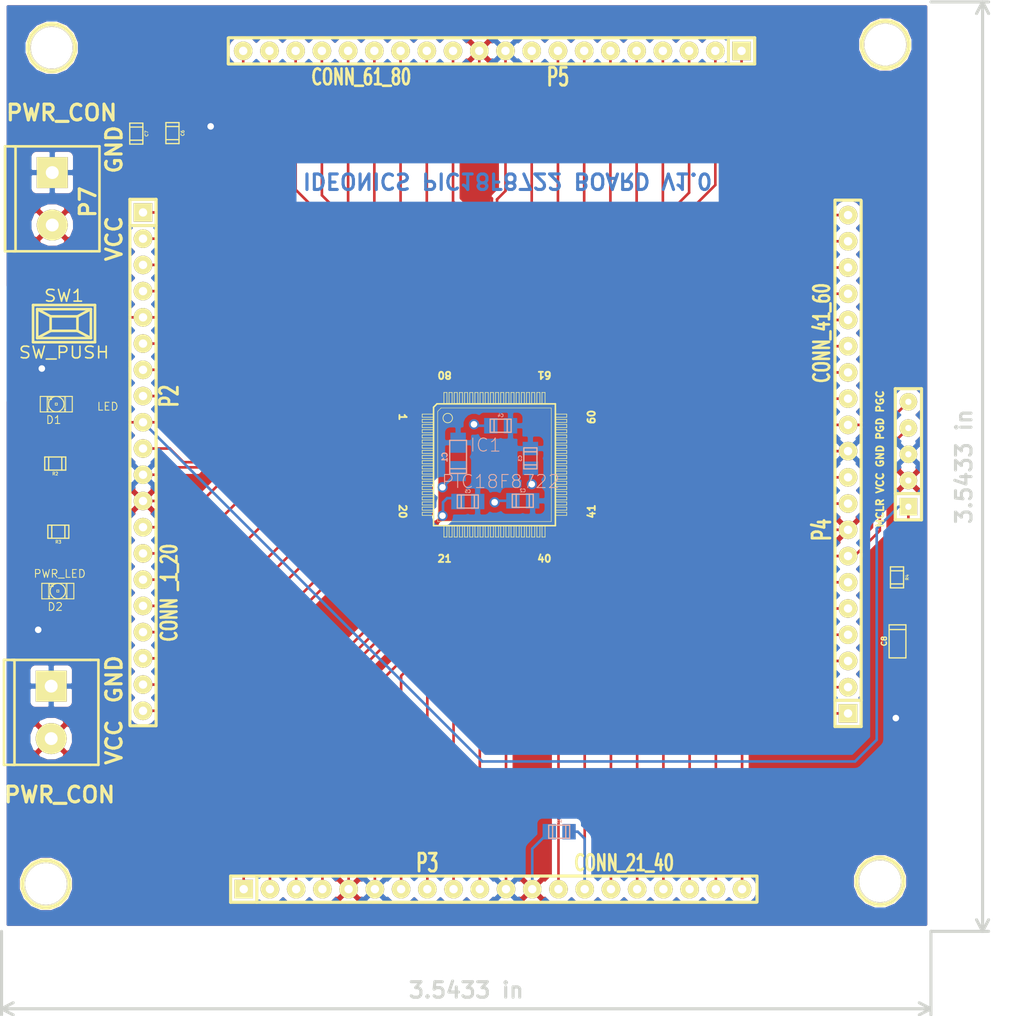
<source format=kicad_pcb>
(kicad_pcb (version 3) (host pcbnew "(2013-07-07 BZR 4022)-stable")
  (layers (15 F.Cu signal) (0 B.Cu signal) (18 B.Paste user) (19 F.Paste user) (20 B.SilkS user) (21 F.SilkS user) (22 B.Mask user) (23 F.Mask user) (28 Edge.Cuts user))
  (net 0 "")
  (net 1 /AVDD)
  (net 2 /HB_LED)
  (net 3 /MCLR)
  (net 4 /PGC)
  (net 5 /PGD)
  (net 6 /RA0)
  (net 7 /RA1)
  (net 8 /RA2)
  (net 9 /RA3)
  (net 10 /RA4)
  (net 11 /RA5)
  (net 12 /RA6)
  (net 13 /RA7)
  (net 14 /RB0)
  (net 15 /RB1)
  (net 16 /RB2)
  (net 17 /RB3)
  (net 18 /RB4)
  (net 19 /RB5)
  (net 20 /RC0)
  (net 21 /RC1)
  (net 22 /RC2)
  (net 23 /RC3)
  (net 24 /RC4)
  (net 25 /RC5)
  (net 26 /RC6)
  (net 27 /RC7)
  (net 28 /RD0)
  (net 29 /RD1)
  (net 30 /RD2)
  (net 31 /RD3)
  (net 32 /RD4)
  (net 33 /RD5)
  (net 34 /RD6)
  (net 35 /RD7)
  (net 36 /RE0)
  (net 37 /RE1)
  (net 38 /RE2)
  (net 39 /RE3)
  (net 40 /RE4)
  (net 41 /RE5)
  (net 42 /RE6)
  (net 43 /RE7)
  (net 44 /RF0)
  (net 45 /RF1)
  (net 46 /RF2)
  (net 47 /RF3)
  (net 48 /RF4)
  (net 49 /RF5)
  (net 50 /RF6)
  (net 51 /RF7)
  (net 52 /RG1)
  (net 53 /RG2)
  (net 54 /RG3)
  (net 55 /RG4)
  (net 56 /RH0)
  (net 57 /RH1)
  (net 58 /RH2)
  (net 59 /RH3)
  (net 60 /RH4)
  (net 61 /RH5)
  (net 62 /RH6)
  (net 63 /RH7)
  (net 64 /RJ0)
  (net 65 /RJ1)
  (net 66 /RJ2)
  (net 67 /RJ3)
  (net 68 /RJ4)
  (net 69 /RJ5)
  (net 70 /RJ6)
  (net 71 /RJ7)
  (net 72 GND)
  (net 73 N-000005)
  (net 74 N-000009)
  (module smd_push (layer F.Cu) (at 116.05 98.65)
    (fp_text reference SW1 (at 0 -2.70002) (layer F.SilkS) (effects (font (size 1.143 1.27) (thickness 0.1524))))
    (fp_text value SW_PUSH (at 0 2.79908) (layer F.SilkS) (effects (font (size 1.143 1.27) (thickness 0.1524))))
    (pad 1 smd rect (at -3.59918 0) (size 1.00076 1.00076) (layers F.Cu F.Paste F.Mask) (net 72 GND))
    (pad 2 smd rect (at 3.59918 0) (size 1.00076 1.00076) (layers F.Cu F.Paste F.Mask) (net 3 /MCLR))
  )
  (module SIL-5 (layer F.Cu) (at 197.8152 110.0328 90)
    (fp_text reference P1 hide)
    (fp_text value PGM_CONN hide)
    (pad 1 thru_hole rect (at -6.35 0 90) (size 1.7 1.7) (drill 0.6) (layers *.Cu *.Mask F.SilkS) (net 3 /MCLR))
    (pad 2 thru_hole circle (at -3.81 0 90) (size 1.7 1.7) (drill 0.6) (layers *.Cu *.Mask F.SilkS) (net 1 /AVDD))
    (pad 3 thru_hole circle (at -1.27 0 90) (size 1.7 1.7) (drill 0.6) (layers *.Cu *.Mask F.SilkS) (net 72 GND))
    (pad 4 thru_hole circle (at 1.27 0 90) (size 1.7 1.7) (drill 0.6) (layers *.Cu *.Mask F.SilkS) (net 5 /PGD))
    (pad 5 thru_hole circle (at 3.81 0 90) (size 1.7 1.7) (drill 0.6) (layers *.Cu *.Mask F.SilkS) (net 4 /PGC))
  )
  (module r_0805 (layer B.Cu) (at 161.2124 111.698 270)
    (fp_text reference C3 (at 0 0.9906 270) (layer B.SilkS) (effects (font (size 0.29972 0.29972) (thickness 0.06096)) (justify mirror)))
    (fp_text value 0.1uF hide)
    (pad 1 smd rect (at 0.9525 0 270) (size 1.30048 1.4986) (layers B.Cu B.Paste B.Mask) (net 1 /AVDD))
    (pad 2 smd rect (at -0.9525 0 270) (size 1.30048 1.4986) (layers B.Cu B.Paste B.Mask) (net 72 GND))
  )
  (module r_0805 (layer F.Cu) (at 115.5 118.8 180)
    (fp_text reference R3 (at 0 -0.9906 180) (layer F.SilkS) (effects (font (size 0.29972 0.29972) (thickness 0.06096))))
    (fp_text value 1K hide)
    (pad 1 smd rect (at 0.9525 0 180) (size 1.30048 1.4986) (layers F.Cu F.Paste F.Mask) (net 1 /AVDD))
    (pad 2 smd rect (at -0.9525 0 180) (size 1.30048 1.4986) (layers F.Cu F.Paste F.Mask) (net 73 N-000005))
  )
  (module r_0805 (layer F.Cu) (at 126.55 80.2 270)
    (fp_text reference C6 (at 0 -0.9906 270) (layer F.SilkS) (effects (font (size 0.29972 0.29972) (thickness 0.06096))))
    (fp_text value 0.1uF hide)
    (pad 1 smd rect (at 0.9525 0 270) (size 1.30048 1.4986) (layers F.Cu F.Paste F.Mask) (net 1 /AVDD))
    (pad 2 smd rect (at -0.9525 0 270) (size 1.30048 1.4986) (layers F.Cu F.Paste F.Mask) (net 72 GND))
  )
  (module r_0805 (layer F.Cu) (at 123.05 80.25 270)
    (fp_text reference C7 (at 0 -0.9906 270) (layer F.SilkS) (effects (font (size 0.29972 0.29972) (thickness 0.06096))))
    (fp_text value 0.1uF hide)
    (pad 1 smd rect (at 0.9525 0 270) (size 1.30048 1.4986) (layers F.Cu F.Paste F.Mask) (net 1 /AVDD))
    (pad 2 smd rect (at -0.9525 0 270) (size 1.30048 1.4986) (layers F.Cu F.Paste F.Mask) (net 72 GND))
  )
  (module r_0805 (layer F.Cu) (at 196.7128 123.2232 270)
    (fp_text reference R4 (at 0 -0.9906 270) (layer F.SilkS) (effects (font (size 0.29972 0.29972) (thickness 0.06096))))
    (fp_text value 10K hide)
    (pad 1 smd rect (at 0.9525 0 270) (size 1.30048 1.4986) (layers F.Cu F.Paste F.Mask) (net 1 /AVDD))
    (pad 2 smd rect (at -0.9525 0 270) (size 1.30048 1.4986) (layers F.Cu F.Paste F.Mask) (net 3 /MCLR))
  )
  (module r_0805 (layer B.Cu) (at 155.1524 115.878 180)
    (fp_text reference C5 (at 0 0.9906 180) (layer B.SilkS) (effects (font (size 0.29972 0.29972) (thickness 0.06096)) (justify mirror)))
    (fp_text value 0.1uF hide)
    (pad 1 smd rect (at 0.9525 0 180) (size 1.30048 1.4986) (layers B.Cu B.Paste B.Mask) (net 1 /AVDD))
    (pad 2 smd rect (at -0.9525 0 180) (size 1.30048 1.4986) (layers B.Cu B.Paste B.Mask) (net 72 GND))
  )
  (module r_0805 (layer B.Cu) (at 158.3324 108.538 180)
    (fp_text reference C4 (at 0 0.9906 180) (layer B.SilkS) (effects (font (size 0.29972 0.29972) (thickness 0.06096)) (justify mirror)))
    (fp_text value 0.1uF hide)
    (pad 1 smd rect (at 0.9525 0 180) (size 1.30048 1.4986) (layers B.Cu B.Paste B.Mask) (net 1 /AVDD))
    (pad 2 smd rect (at -0.9525 0 180) (size 1.30048 1.4986) (layers B.Cu B.Paste B.Mask) (net 72 GND))
  )
  (module r_0805 (layer B.Cu) (at 160.4724 115.808 180)
    (fp_text reference C2 (at 0 0.9906 180) (layer B.SilkS) (effects (font (size 0.29972 0.29972) (thickness 0.06096)) (justify mirror)))
    (fp_text value 0.1uF hide)
    (pad 1 smd rect (at 0.9525 0 180) (size 1.30048 1.4986) (layers B.Cu B.Paste B.Mask) (net 1 /AVDD))
    (pad 2 smd rect (at -0.9525 0 180) (size 1.30048 1.4986) (layers B.Cu B.Paste B.Mask) (net 72 GND))
  )
  (module r_0805 (layer F.Cu) (at 115.2 112.2 180)
    (fp_text reference R2 (at 0 -0.9906 180) (layer F.SilkS) (effects (font (size 0.29972 0.29972) (thickness 0.06096))))
    (fp_text value 1K2 hide)
    (pad 1 smd rect (at 0.9525 0 180) (size 1.30048 1.4986) (layers F.Cu F.Paste F.Mask) (net 1 /AVDD))
    (pad 2 smd rect (at -0.9525 0 180) (size 1.30048 1.4986) (layers F.Cu F.Paste F.Mask) (net 74 N-000009))
  )
  (module r_0805 (layer B.Cu) (at 164 147.85 180)
    (fp_text reference R1 (at 0 0.9906 180) (layer B.SilkS) (effects (font (size 0.29972 0.29972) (thickness 0.06096)) (justify mirror)))
    (fp_text value 10K hide)
    (pad 1 smd rect (at 0.9525 0 180) (size 1.30048 1.4986) (layers B.Cu B.Paste B.Mask) (net 1 /AVDD))
    (pad 2 smd rect (at -0.9525 0 180) (size 1.30048 1.4986) (layers B.Cu B.Paste B.Mask) (net 10 /RA4))
  )
  (module mors_2p (layer F.Cu) (at 114.808 136.2964 270)
    (fp_text reference P9 hide)
    (fp_text value PWR_CON (at 7.9756 -0.8128 360) (layer F.SilkS) (effects (font (size 1.524 1.524) (thickness 0.3048))))
    (pad 1 thru_hole rect (at -2.54 0 270) (size 2.99974 2.99974) (drill 1.24968) (layers *.Cu *.Mask F.SilkS) (net 72 GND))
    (pad 2 thru_hole circle (at 2.54 0 270) (size 2.99974 2.99974) (drill 1.24968) (layers *.Cu *.Mask F.SilkS) (net 1 /AVDD))
  )
  (module LED-1206 (layer F.Cu) (at 115.3 106.45 180)
    (fp_text reference D1 (at 0.254 -1.524 180) (layer F.SilkS) (effects (font (size 0.762 0.762) (thickness 0.0889))))
    (fp_text value LED (at -4.9824 -0.232 180) (layer F.SilkS) (effects (font (size 0.762 0.762) (thickness 0.0889))))
    (pad 1 smd rect (at -1.41986 0 180) (size 1.59766 1.80086) (layers F.Cu F.Paste F.Mask) (net 74 N-000009))
    (pad 2 smd rect (at 1.41986 0 180) (size 1.59766 1.80086) (layers F.Cu F.Paste F.Mask) (net 2 /HB_LED))
  )
  (module LED-1206 (layer F.Cu) (at 115.45 124.55 180)
    (fp_text reference D2 (at 0.254 -1.524 180) (layer F.SilkS) (effects (font (size 0.762 0.762) (thickness 0.0889))))
    (fp_text value PWR_LED (at -0.18 1.68 180) (layer F.SilkS) (effects (font (size 0.762 0.762) (thickness 0.0889))))
    (pad 1 smd rect (at -1.41986 0 180) (size 1.59766 1.80086) (layers F.Cu F.Paste F.Mask) (net 73 N-000005))
    (pad 2 smd rect (at 1.41986 0 180) (size 1.59766 1.80086) (layers F.Cu F.Paste F.Mask) (net 72 GND))
  )
  (module c_tant_A (layer F.Cu) (at 196.7636 129.4208 90)
    (fp_text reference C8 (at 0.0254 -1.2954 90) (layer F.SilkS) (effects (font (size 0.50038 0.50038) (thickness 0.11938))))
    (fp_text value 1uF/16V hide)
    (pad 1 smd rect (at 1.37414 0 90) (size 1.95072 1.50114) (layers F.Cu F.Paste F.Mask) (net 3 /MCLR))
    (pad 2 smd rect (at -1.37414 0 90) (size 1.95072 1.50114) (layers F.Cu F.Paste F.Mask) (net 72 GND))
  )
  (module c_tant_A (layer B.Cu) (at 154.2124 111.558 270)
    (fp_text reference C1 (at 0.0254 1.2954 270) (layer B.SilkS) (effects (font (size 0.50038 0.50038) (thickness 0.11938)) (justify mirror)))
    (fp_text value 10uF/16V hide)
    (pad 1 smd rect (at 1.37414 0 270) (size 1.95072 1.50114) (layers B.Cu B.Paste B.Mask) (net 1 /AVDD))
    (pad 2 smd rect (at -1.37414 0 270) (size 1.95072 1.50114) (layers B.Cu B.Paste B.Mask) (net 72 GND))
  )
  (module microchip-2-TQFP80 (layer F.Cu) (at 157.734 112.3188)
    (fp_text reference IC1 (at -0.8636 -1.905) (layer B.SilkS) (effects (font (size 1.27 1.27) (thickness 0.0889))))
    (fp_text value PIC18F8722 (at 0.6096 1.6256) (layer B.SilkS) (effects (font (size 1.27 1.27) (thickness 0.0889))))
    (pad 1 smd rect (at -6.59384 -4.7498) (size 1.29794 0.34798) (layers F.Cu F.Paste F.Mask) (net 58 /RH2))
    (pad 2 smd rect (at -6.59384 -4.24942) (size 1.29794 0.34798) (layers F.Cu F.Paste F.Mask) (net 59 /RH3))
    (pad 3 smd rect (at -6.59384 -3.74904) (size 1.29794 0.34798) (layers F.Cu F.Paste F.Mask) (net 37 /RE1))
    (pad 4 smd rect (at -6.59384 -3.24866) (size 1.29794 0.34798) (layers F.Cu F.Paste F.Mask) (net 36 /RE0))
    (pad 5 smd rect (at -6.59384 -2.74828) (size 1.29794 0.34798) (layers F.Cu F.Paste F.Mask) (net 2 /HB_LED))
    (pad 6 smd rect (at -6.59384 -2.2479) (size 1.29794 0.34798) (layers F.Cu F.Paste F.Mask) (net 52 /RG1))
    (pad 7 smd rect (at -6.59384 -1.74752) (size 1.29794 0.34798) (layers F.Cu F.Paste F.Mask) (net 53 /RG2))
    (pad 8 smd rect (at -6.59384 -1.24968) (size 1.29794 0.34798) (layers F.Cu F.Paste F.Mask) (net 54 /RG3))
    (pad 9 smd rect (at -6.59384 -0.7493) (size 1.29794 0.34798) (layers F.Cu F.Paste F.Mask) (net 3 /MCLR))
    (pad 10 smd rect (at -6.59384 -0.24892) (size 1.29794 0.34798) (layers F.Cu F.Paste F.Mask) (net 55 /RG4))
    (pad 11 smd rect (at -6.59384 0.24892) (size 1.29794 0.34798) (layers F.Cu F.Paste F.Mask) (net 72 GND))
    (pad 12 smd rect (at -6.59384 0.7493) (size 1.29794 0.34798) (layers F.Cu F.Paste F.Mask) (net 1 /AVDD))
    (pad 13 smd rect (at -6.59384 1.24968) (size 1.29794 0.34798) (layers F.Cu F.Paste F.Mask) (net 51 /RF7))
    (pad 14 smd rect (at -6.59384 1.74752) (size 1.29794 0.34798) (layers F.Cu F.Paste F.Mask) (net 50 /RF6))
    (pad 15 smd rect (at -6.59384 2.2479) (size 1.29794 0.34798) (layers F.Cu F.Paste F.Mask) (net 49 /RF5))
    (pad 16 smd rect (at -6.59384 2.74828) (size 1.29794 0.34798) (layers F.Cu F.Paste F.Mask) (net 48 /RF4))
    (pad 17 smd rect (at -6.59384 3.24866) (size 1.29794 0.34798) (layers F.Cu F.Paste F.Mask) (net 47 /RF3))
    (pad 18 smd rect (at -6.59384 3.74904) (size 1.29794 0.34798) (layers F.Cu F.Paste F.Mask) (net 46 /RF2))
    (pad 19 smd rect (at -6.59384 4.24942) (size 1.29794 0.34798) (layers F.Cu F.Paste F.Mask) (net 63 /RH7))
    (pad 20 smd rect (at -6.59384 4.7498) (size 1.29794 0.34798) (layers F.Cu F.Paste F.Mask) (net 62 /RH6))
    (pad 21 smd rect (at -4.7498 6.59384) (size 0.34798 1.29794) (layers F.Cu F.Paste F.Mask) (net 61 /RH5))
    (pad 22 smd rect (at -4.24942 6.59384) (size 0.34798 1.29794) (layers F.Cu F.Paste F.Mask) (net 60 /RH4))
    (pad 23 smd rect (at -3.74904 6.59384) (size 0.34798 1.29794) (layers F.Cu F.Paste F.Mask) (net 45 /RF1))
    (pad 24 smd rect (at -3.24866 6.59384) (size 0.34798 1.29794) (layers F.Cu F.Paste F.Mask) (net 44 /RF0))
    (pad 25 smd rect (at -2.74828 6.59384) (size 0.34798 1.29794) (layers F.Cu F.Paste F.Mask) (net 1 /AVDD))
    (pad 26 smd rect (at -2.2479 6.59384) (size 0.34798 1.29794) (layers F.Cu F.Paste F.Mask) (net 72 GND))
    (pad 27 smd rect (at -1.74752 6.59384) (size 0.34798 1.29794) (layers F.Cu F.Paste F.Mask) (net 9 /RA3))
    (pad 28 smd rect (at -1.24968 6.59384) (size 0.34798 1.29794) (layers F.Cu F.Paste F.Mask) (net 8 /RA2))
    (pad 29 smd rect (at -0.7493 6.59384) (size 0.34798 1.29794) (layers F.Cu F.Paste F.Mask) (net 7 /RA1))
    (pad 30 smd rect (at -0.24892 6.59384) (size 0.34798 1.29794) (layers F.Cu F.Paste F.Mask) (net 6 /RA0))
    (pad 31 smd rect (at 0.24892 6.59384) (size 0.34798 1.29794) (layers F.Cu F.Paste F.Mask) (net 72 GND))
    (pad 32 smd rect (at 0.7493 6.59384) (size 0.34798 1.29794) (layers F.Cu F.Paste F.Mask) (net 1 /AVDD))
    (pad 33 smd rect (at 1.24968 6.59384) (size 0.34798 1.29794) (layers F.Cu F.Paste F.Mask) (net 11 /RA5))
    (pad 34 smd rect (at 1.74752 6.59384) (size 0.34798 1.29794) (layers F.Cu F.Paste F.Mask) (net 10 /RA4))
    (pad 35 smd rect (at 2.2479 6.59384) (size 0.34798 1.29794) (layers F.Cu F.Paste F.Mask) (net 21 /RC1))
    (pad 36 smd rect (at 2.74828 6.59384) (size 0.34798 1.29794) (layers F.Cu F.Paste F.Mask) (net 20 /RC0))
    (pad 37 smd rect (at 3.24866 6.59384) (size 0.34798 1.29794) (layers F.Cu F.Paste F.Mask) (net 26 /RC6))
    (pad 38 smd rect (at 3.74904 6.59384) (size 0.34798 1.29794) (layers F.Cu F.Paste F.Mask) (net 27 /RC7))
    (pad 39 smd rect (at 4.24942 6.59384) (size 0.34798 1.29794) (layers F.Cu F.Paste F.Mask) (net 68 /RJ4))
    (pad 40 smd rect (at 4.7498 6.59384) (size 0.34798 1.29794) (layers F.Cu F.Paste F.Mask) (net 69 /RJ5))
    (pad 41 smd rect (at 6.59384 4.7498) (size 1.29794 0.34798) (layers F.Cu F.Paste F.Mask) (net 70 /RJ6))
    (pad 42 smd rect (at 6.59384 4.24942) (size 1.29794 0.34798) (layers F.Cu F.Paste F.Mask) (net 71 /RJ7))
    (pad 43 smd rect (at 6.59384 3.74904) (size 1.29794 0.34798) (layers F.Cu F.Paste F.Mask) (net 22 /RC2))
    (pad 44 smd rect (at 6.59384 3.24866) (size 1.29794 0.34798) (layers F.Cu F.Paste F.Mask) (net 23 /RC3))
    (pad 45 smd rect (at 6.59384 2.74828) (size 1.29794 0.34798) (layers F.Cu F.Paste F.Mask) (net 24 /RC4))
    (pad 46 smd rect (at 6.59384 2.2479) (size 1.29794 0.34798) (layers F.Cu F.Paste F.Mask) (net 25 /RC5))
    (pad 47 smd rect (at 6.59384 1.74752) (size 1.29794 0.34798) (layers F.Cu F.Paste F.Mask) (net 5 /PGD))
    (pad 48 smd rect (at 6.59384 1.24968) (size 1.29794 0.34798) (layers F.Cu F.Paste F.Mask) (net 1 /AVDD))
    (pad 49 smd rect (at 6.59384 0.7493) (size 1.29794 0.34798) (layers F.Cu F.Paste F.Mask) (net 13 /RA7))
    (pad 50 smd rect (at 6.59384 0.24892) (size 1.29794 0.34798) (layers F.Cu F.Paste F.Mask) (net 12 /RA6))
    (pad 51 smd rect (at 6.59384 -0.24892) (size 1.29794 0.34798) (layers F.Cu F.Paste F.Mask) (net 72 GND))
    (pad 52 smd rect (at 6.59384 -0.7493) (size 1.29794 0.34798) (layers F.Cu F.Paste F.Mask) (net 4 /PGC))
    (pad 53 smd rect (at 6.59384 -1.24968) (size 1.29794 0.34798) (layers F.Cu F.Paste F.Mask) (net 19 /RB5))
    (pad 54 smd rect (at 6.59384 -1.74752) (size 1.29794 0.34798) (layers F.Cu F.Paste F.Mask) (net 18 /RB4))
    (pad 55 smd rect (at 6.59384 -2.2479) (size 1.29794 0.34798) (layers F.Cu F.Paste F.Mask) (net 17 /RB3))
    (pad 56 smd rect (at 6.59384 -2.74828) (size 1.29794 0.34798) (layers F.Cu F.Paste F.Mask) (net 16 /RB2))
    (pad 57 smd rect (at 6.59384 -3.24866) (size 1.29794 0.34798) (layers F.Cu F.Paste F.Mask) (net 15 /RB1))
    (pad 58 smd rect (at 6.59384 -3.74904) (size 1.29794 0.34798) (layers F.Cu F.Paste F.Mask) (net 14 /RB0))
    (pad 59 smd rect (at 6.59384 -4.24942) (size 1.29794 0.34798) (layers F.Cu F.Paste F.Mask) (net 67 /RJ3))
    (pad 60 smd rect (at 6.59384 -4.7498) (size 1.29794 0.34798) (layers F.Cu F.Paste F.Mask) (net 66 /RJ2))
    (pad 61 smd rect (at 4.7498 -6.59384) (size 0.34798 1.29794) (layers F.Cu F.Paste F.Mask) (net 65 /RJ1))
    (pad 62 smd rect (at 4.24942 -6.59384) (size 0.34798 1.29794) (layers F.Cu F.Paste F.Mask) (net 64 /RJ0))
    (pad 63 smd rect (at 3.74904 -6.59384) (size 0.34798 1.29794) (layers F.Cu F.Paste F.Mask) (net 35 /RD7))
    (pad 64 smd rect (at 3.24866 -6.59384) (size 0.34798 1.29794) (layers F.Cu F.Paste F.Mask) (net 34 /RD6))
    (pad 65 smd rect (at 2.74828 -6.59384) (size 0.34798 1.29794) (layers F.Cu F.Paste F.Mask) (net 33 /RD5))
    (pad 66 smd rect (at 2.2479 -6.59384) (size 0.34798 1.29794) (layers F.Cu F.Paste F.Mask) (net 32 /RD4))
    (pad 67 smd rect (at 1.74752 -6.59384) (size 0.34798 1.29794) (layers F.Cu F.Paste F.Mask) (net 31 /RD3))
    (pad 68 smd rect (at 1.24968 -6.59384) (size 0.34798 1.29794) (layers F.Cu F.Paste F.Mask) (net 30 /RD2))
    (pad 69 smd rect (at 0.7493 -6.59384) (size 0.34798 1.29794) (layers F.Cu F.Paste F.Mask) (net 29 /RD1))
    (pad 70 smd rect (at 0.24892 -6.59384) (size 0.34798 1.29794) (layers F.Cu F.Paste F.Mask) (net 72 GND))
    (pad 71 smd rect (at -0.24892 -6.59384) (size 0.34798 1.29794) (layers F.Cu F.Paste F.Mask) (net 1 /AVDD))
    (pad 72 smd rect (at -0.7493 -6.59384) (size 0.34798 1.29794) (layers F.Cu F.Paste F.Mask) (net 28 /RD0))
    (pad 73 smd rect (at -1.24968 -6.59384) (size 0.34798 1.29794) (layers F.Cu F.Paste F.Mask) (net 43 /RE7))
    (pad 74 smd rect (at -1.74752 -6.59384) (size 0.34798 1.29794) (layers F.Cu F.Paste F.Mask) (net 42 /RE6))
    (pad 75 smd rect (at -2.2479 -6.59384) (size 0.34798 1.29794) (layers F.Cu F.Paste F.Mask) (net 41 /RE5))
    (pad 76 smd rect (at -2.74828 -6.59384) (size 0.34798 1.29794) (layers F.Cu F.Paste F.Mask) (net 40 /RE4))
    (pad 77 smd rect (at -3.24866 -6.59384) (size 0.34798 1.29794) (layers F.Cu F.Paste F.Mask) (net 39 /RE3))
    (pad 78 smd rect (at -3.74904 -6.59384) (size 0.34798 1.29794) (layers F.Cu F.Paste F.Mask) (net 38 /RE2))
    (pad 79 smd rect (at -4.24942 -6.59384) (size 0.34798 1.29794) (layers F.Cu F.Paste F.Mask) (net 56 /RH0))
    (pad 80 smd rect (at -4.7498 -6.59384) (size 0.34798 1.29794) (layers F.Cu F.Paste F.Mask) (net 57 /RH1))
  )
  (module 1pin (layer F.Cu) (at 114.8588 71.9328)
    (fp_text reference 1PIN hide)
    (fp_text value P*** hide)
    (pad 1 thru_hole circle (at 0 0) (size 4.064 4.064) (drill 4) (layers *.Cu *.Mask F.SilkS))
  )
  (module 1pin (layer F.Cu) (at 114.3 152.908)
    (fp_text reference 1PIN hide)
    (fp_text value P*** hide)
    (pad 1 thru_hole circle (at 0 0) (size 4.064 4.064) (drill 4) (layers *.Cu *.Mask F.SilkS))
  )
  (module 1pin (layer F.Cu) (at 195.58 71.628)
    (fp_text reference 1PIN hide)
    (fp_text value P*** hide)
    (pad 1 thru_hole circle (at 0 0) (size 4.064 4.064) (drill 4) (layers *.Cu *.Mask F.SilkS))
  )
  (module 1pin (layer F.Cu) (at 195.072 152.654)
    (fp_text reference 1PIN hide)
    (fp_text value P*** hide)
    (pad 1 thru_hole circle (at 0 0) (size 4.064 4.064) (drill 4) (layers *.Cu *.Mask F.SilkS))
  )
  (module SIL-20 (layer F.Cu) (at 165.2016 153.416)
    (fp_text reference P3 (at -13.97 -2.54) (layer F.SilkS) (effects (font (size 1.72974 1.08712) (thickness 0.27178))))
    (fp_text value CONN_21_40 (at 5.08 -2.54 180) (layer F.SilkS) (effects (font (size 1.524 1.016) (thickness 0.3048))))
    (pad 1 thru_hole rect (at -31.75 0) (size 1.8 1.8) (drill 0.8128) (layers *.Cu *.Mask F.SilkS) (net 61 /RH5))
    (pad 2 thru_hole circle (at -29.21 0) (size 1.8 1.8) (drill 0.8128) (layers *.Cu *.Mask F.SilkS) (net 60 /RH4))
    (pad 3 thru_hole circle (at -26.67 0) (size 1.8 1.8) (drill 0.8128) (layers *.Cu *.Mask F.SilkS) (net 45 /RF1))
    (pad 4 thru_hole circle (at -24.13 0) (size 1.8 1.8) (drill 0.8128) (layers *.Cu *.Mask F.SilkS) (net 44 /RF0))
    (pad 5 thru_hole circle (at -21.59 0) (size 1.8 1.8) (drill 0.8128) (layers *.Cu *.Mask F.SilkS) (net 1 /AVDD))
    (pad 6 thru_hole circle (at -19.05 0) (size 1.8 1.8) (drill 0.8128) (layers *.Cu *.Mask F.SilkS) (net 72 GND))
    (pad 7 thru_hole circle (at -16.51 0) (size 1.8 1.8) (drill 0.8128) (layers *.Cu *.Mask F.SilkS) (net 9 /RA3))
    (pad 8 thru_hole circle (at -13.97 0) (size 1.8 1.8) (drill 0.8128) (layers *.Cu *.Mask F.SilkS) (net 8 /RA2))
    (pad 9 thru_hole circle (at -11.43 0) (size 1.8 1.8) (drill 0.8128) (layers *.Cu *.Mask F.SilkS) (net 7 /RA1))
    (pad 10 thru_hole circle (at -8.89 0) (size 1.8 1.8) (drill 0.8128) (layers *.Cu *.Mask F.SilkS) (net 6 /RA0))
    (pad 11 thru_hole circle (at -6.35 0) (size 1.8 1.8) (drill 0.8128) (layers *.Cu *.Mask F.SilkS) (net 72 GND))
    (pad 12 thru_hole circle (at -3.81 0) (size 1.8 1.8) (drill 0.8128) (layers *.Cu *.Mask F.SilkS) (net 1 /AVDD))
    (pad 13 thru_hole circle (at -1.27 0) (size 1.8 1.8) (drill 0.8128) (layers *.Cu *.Mask F.SilkS) (net 11 /RA5))
    (pad 14 thru_hole circle (at 1.27 0) (size 1.8 1.8) (drill 0.8128) (layers *.Cu *.Mask F.SilkS) (net 10 /RA4))
    (pad 15 thru_hole circle (at 3.81 0) (size 1.8 1.8) (drill 0.8128) (layers *.Cu *.Mask F.SilkS) (net 21 /RC1))
    (pad 16 thru_hole circle (at 6.35 0) (size 1.8 1.8) (drill 0.8128) (layers *.Cu *.Mask F.SilkS) (net 20 /RC0))
    (pad 17 thru_hole circle (at 8.89 0) (size 1.8 1.8) (drill 0.8128) (layers *.Cu *.Mask F.SilkS) (net 26 /RC6))
    (pad 18 thru_hole circle (at 11.43 0) (size 1.8 1.8) (drill 0.8128) (layers *.Cu *.Mask F.SilkS) (net 27 /RC7))
    (pad 19 thru_hole circle (at 13.97 0) (size 1.8 1.8) (drill 0.8128) (layers *.Cu *.Mask F.SilkS) (net 68 /RJ4))
    (pad 20 thru_hole circle (at 16.51 0) (size 1.8 1.8) (drill 0.8128) (layers *.Cu *.Mask F.SilkS) (net 69 /RJ5))
  )
  (module SIL-20 (layer F.Cu) (at 123.698 119.634 270)
    (fp_text reference P2 (at -13.97 -2.54 270) (layer F.SilkS) (effects (font (size 1.72974 1.08712) (thickness 0.27178))))
    (fp_text value "CONN _1_20" (at 5.08 -2.54 450) (layer F.SilkS) (effects (font (size 1.524 1.016) (thickness 0.3048))))
    (pad 1 thru_hole rect (at -31.75 0 270) (size 1.8 1.8) (drill 0.8128) (layers *.Cu *.Mask F.SilkS) (net 58 /RH2))
    (pad 2 thru_hole circle (at -29.21 0 270) (size 1.8 1.8) (drill 0.8128) (layers *.Cu *.Mask F.SilkS) (net 59 /RH3))
    (pad 3 thru_hole circle (at -26.67 0 270) (size 1.8 1.8) (drill 0.8128) (layers *.Cu *.Mask F.SilkS) (net 37 /RE1))
    (pad 4 thru_hole circle (at -24.13 0 270) (size 1.8 1.8) (drill 0.8128) (layers *.Cu *.Mask F.SilkS) (net 36 /RE0))
    (pad 5 thru_hole circle (at -21.59 0 270) (size 1.8 1.8) (drill 0.8128) (layers *.Cu *.Mask F.SilkS) (net 2 /HB_LED))
    (pad 6 thru_hole circle (at -19.05 0 270) (size 1.8 1.8) (drill 0.8128) (layers *.Cu *.Mask F.SilkS) (net 52 /RG1))
    (pad 7 thru_hole circle (at -16.51 0 270) (size 1.8 1.8) (drill 0.8128) (layers *.Cu *.Mask F.SilkS) (net 53 /RG2))
    (pad 8 thru_hole circle (at -13.97 0 270) (size 1.8 1.8) (drill 0.8128) (layers *.Cu *.Mask F.SilkS) (net 54 /RG3))
    (pad 9 thru_hole circle (at -11.43 0 270) (size 1.8 1.8) (drill 0.8128) (layers *.Cu *.Mask F.SilkS) (net 3 /MCLR))
    (pad 10 thru_hole circle (at -8.89 0 270) (size 1.8 1.8) (drill 0.8128) (layers *.Cu *.Mask F.SilkS) (net 55 /RG4))
    (pad 11 thru_hole circle (at -6.35 0 270) (size 1.8 1.8) (drill 0.8128) (layers *.Cu *.Mask F.SilkS) (net 72 GND))
    (pad 12 thru_hole circle (at -3.81 0 270) (size 1.8 1.8) (drill 0.8128) (layers *.Cu *.Mask F.SilkS) (net 1 /AVDD))
    (pad 13 thru_hole circle (at -1.27 0 270) (size 1.8 1.8) (drill 0.8128) (layers *.Cu *.Mask F.SilkS) (net 51 /RF7))
    (pad 14 thru_hole circle (at 1.27 0 270) (size 1.8 1.8) (drill 0.8128) (layers *.Cu *.Mask F.SilkS) (net 50 /RF6))
    (pad 15 thru_hole circle (at 3.81 0 270) (size 1.8 1.8) (drill 0.8128) (layers *.Cu *.Mask F.SilkS) (net 49 /RF5))
    (pad 16 thru_hole circle (at 6.35 0 270) (size 1.8 1.8) (drill 0.8128) (layers *.Cu *.Mask F.SilkS) (net 48 /RF4))
    (pad 17 thru_hole circle (at 8.89 0 270) (size 1.8 1.8) (drill 0.8128) (layers *.Cu *.Mask F.SilkS) (net 47 /RF3))
    (pad 18 thru_hole circle (at 11.43 0 270) (size 1.8 1.8) (drill 0.8128) (layers *.Cu *.Mask F.SilkS) (net 46 /RF2))
    (pad 19 thru_hole circle (at 13.97 0 270) (size 1.8 1.8) (drill 0.8128) (layers *.Cu *.Mask F.SilkS) (net 63 /RH7))
    (pad 20 thru_hole circle (at 16.51 0 270) (size 1.8 1.8) (drill 0.8128) (layers *.Cu *.Mask F.SilkS) (net 62 /RH6))
  )
  (module SIL-20 (layer F.Cu) (at 191.9732 104.648 90)
    (fp_text reference P4 (at -13.97 -2.54 90) (layer F.SilkS) (effects (font (size 1.72974 1.08712) (thickness 0.27178))))
    (fp_text value CONN_41_60 (at 5.08 -2.54 270) (layer F.SilkS) (effects (font (size 1.524 1.016) (thickness 0.3048))))
    (pad 1 thru_hole rect (at -31.75 0 90) (size 1.8 1.8) (drill 0.8128) (layers *.Cu *.Mask F.SilkS) (net 70 /RJ6))
    (pad 2 thru_hole circle (at -29.21 0 90) (size 1.8 1.8) (drill 0.8128) (layers *.Cu *.Mask F.SilkS) (net 71 /RJ7))
    (pad 3 thru_hole circle (at -26.67 0 90) (size 1.8 1.8) (drill 0.8128) (layers *.Cu *.Mask F.SilkS) (net 22 /RC2))
    (pad 4 thru_hole circle (at -24.13 0 90) (size 1.8 1.8) (drill 0.8128) (layers *.Cu *.Mask F.SilkS) (net 23 /RC3))
    (pad 5 thru_hole circle (at -21.59 0 90) (size 1.8 1.8) (drill 0.8128) (layers *.Cu *.Mask F.SilkS) (net 24 /RC4))
    (pad 6 thru_hole circle (at -19.05 0 90) (size 1.8 1.8) (drill 0.8128) (layers *.Cu *.Mask F.SilkS) (net 25 /RC5))
    (pad 7 thru_hole circle (at -16.51 0 90) (size 1.8 1.8) (drill 0.8128) (layers *.Cu *.Mask F.SilkS) (net 5 /PGD))
    (pad 8 thru_hole circle (at -13.97 0 90) (size 1.8 1.8) (drill 0.8128) (layers *.Cu *.Mask F.SilkS) (net 1 /AVDD))
    (pad 9 thru_hole circle (at -11.43 0 90) (size 1.8 1.8) (drill 0.8128) (layers *.Cu *.Mask F.SilkS) (net 13 /RA7))
    (pad 10 thru_hole circle (at -8.89 0 90) (size 1.8 1.8) (drill 0.8128) (layers *.Cu *.Mask F.SilkS) (net 12 /RA6))
    (pad 11 thru_hole circle (at -6.35 0 90) (size 1.8 1.8) (drill 0.8128) (layers *.Cu *.Mask F.SilkS) (net 72 GND))
    (pad 12 thru_hole circle (at -3.81 0 90) (size 1.8 1.8) (drill 0.8128) (layers *.Cu *.Mask F.SilkS) (net 4 /PGC))
    (pad 13 thru_hole circle (at -1.27 0 90) (size 1.8 1.8) (drill 0.8128) (layers *.Cu *.Mask F.SilkS) (net 19 /RB5))
    (pad 14 thru_hole circle (at 1.27 0 90) (size 1.8 1.8) (drill 0.8128) (layers *.Cu *.Mask F.SilkS) (net 18 /RB4))
    (pad 15 thru_hole circle (at 3.81 0 90) (size 1.8 1.8) (drill 0.8128) (layers *.Cu *.Mask F.SilkS) (net 17 /RB3))
    (pad 16 thru_hole circle (at 6.35 0 90) (size 1.8 1.8) (drill 0.8128) (layers *.Cu *.Mask F.SilkS) (net 16 /RB2))
    (pad 17 thru_hole circle (at 8.89 0 90) (size 1.8 1.8) (drill 0.8128) (layers *.Cu *.Mask F.SilkS) (net 15 /RB1))
    (pad 18 thru_hole circle (at 11.43 0 90) (size 1.8 1.8) (drill 0.8128) (layers *.Cu *.Mask F.SilkS) (net 14 /RB0))
    (pad 19 thru_hole circle (at 13.97 0 90) (size 1.8 1.8) (drill 0.8128) (layers *.Cu *.Mask F.SilkS) (net 67 /RJ3))
    (pad 20 thru_hole circle (at 16.51 0 90) (size 1.8 1.8) (drill 0.8128) (layers *.Cu *.Mask F.SilkS) (net 66 /RJ2))
  )
  (module SIL-20 (layer F.Cu) (at 149.9108 72.2376 180)
    (fp_text reference P5 (at -13.97 -2.54 180) (layer F.SilkS) (effects (font (size 1.72974 1.08712) (thickness 0.27178))))
    (fp_text value CONN_61_80 (at 5.08 -2.54 360) (layer F.SilkS) (effects (font (size 1.524 1.016) (thickness 0.3048))))
    (pad 1 thru_hole rect (at -31.75 0 180) (size 1.8 1.8) (drill 0.8128) (layers *.Cu *.Mask F.SilkS) (net 65 /RJ1))
    (pad 2 thru_hole circle (at -29.21 0 180) (size 1.8 1.8) (drill 0.8128) (layers *.Cu *.Mask F.SilkS) (net 64 /RJ0))
    (pad 3 thru_hole circle (at -26.67 0 180) (size 1.8 1.8) (drill 0.8128) (layers *.Cu *.Mask F.SilkS) (net 35 /RD7))
    (pad 4 thru_hole circle (at -24.13 0 180) (size 1.8 1.8) (drill 0.8128) (layers *.Cu *.Mask F.SilkS) (net 34 /RD6))
    (pad 5 thru_hole circle (at -21.59 0 180) (size 1.8 1.8) (drill 0.8128) (layers *.Cu *.Mask F.SilkS) (net 33 /RD5))
    (pad 6 thru_hole circle (at -19.05 0 180) (size 1.8 1.8) (drill 0.8128) (layers *.Cu *.Mask F.SilkS) (net 32 /RD4))
    (pad 7 thru_hole circle (at -16.51 0 180) (size 1.8 1.8) (drill 0.8128) (layers *.Cu *.Mask F.SilkS) (net 31 /RD3))
    (pad 8 thru_hole circle (at -13.97 0 180) (size 1.8 1.8) (drill 0.8128) (layers *.Cu *.Mask F.SilkS) (net 30 /RD2))
    (pad 9 thru_hole circle (at -11.43 0 180) (size 1.8 1.8) (drill 0.8128) (layers *.Cu *.Mask F.SilkS) (net 29 /RD1))
    (pad 10 thru_hole circle (at -8.89 0 180) (size 1.8 1.8) (drill 0.8128) (layers *.Cu *.Mask F.SilkS) (net 72 GND))
    (pad 11 thru_hole circle (at -6.35 0 180) (size 1.8 1.8) (drill 0.8128) (layers *.Cu *.Mask F.SilkS) (net 1 /AVDD))
    (pad 12 thru_hole circle (at -3.81 0 180) (size 1.8 1.8) (drill 0.8128) (layers *.Cu *.Mask F.SilkS) (net 28 /RD0))
    (pad 13 thru_hole circle (at -1.27 0 180) (size 1.8 1.8) (drill 0.8128) (layers *.Cu *.Mask F.SilkS) (net 43 /RE7))
    (pad 14 thru_hole circle (at 1.27 0 180) (size 1.8 1.8) (drill 0.8128) (layers *.Cu *.Mask F.SilkS) (net 42 /RE6))
    (pad 15 thru_hole circle (at 3.81 0 180) (size 1.8 1.8) (drill 0.8128) (layers *.Cu *.Mask F.SilkS) (net 41 /RE5))
    (pad 16 thru_hole circle (at 6.35 0 180) (size 1.8 1.8) (drill 0.8128) (layers *.Cu *.Mask F.SilkS) (net 40 /RE4))
    (pad 17 thru_hole circle (at 8.89 0 180) (size 1.8 1.8) (drill 0.8128) (layers *.Cu *.Mask F.SilkS) (net 39 /RE3))
    (pad 18 thru_hole circle (at 11.43 0 180) (size 1.8 1.8) (drill 0.8128) (layers *.Cu *.Mask F.SilkS) (net 38 /RE2))
    (pad 19 thru_hole circle (at 13.97 0 180) (size 1.8 1.8) (drill 0.8128) (layers *.Cu *.Mask F.SilkS) (net 56 /RH0))
    (pad 20 thru_hole circle (at 16.51 0 180) (size 1.8 1.8) (drill 0.8128) (layers *.Cu *.Mask F.SilkS) (net 57 /RH1))
  )
  (module mors_2p (layer F.Cu) (at 114.9096 86.5632 270)
    (fp_text reference P7 (at 0.3048 -3.4544 270) (layer F.SilkS) (effects (font (size 1.524 1.524) (thickness 0.3048))))
    (fp_text value PWR_CON (at -8.3312 -0.9144 360) (layer F.SilkS) (effects (font (size 1.524 1.524) (thickness 0.3048))))
    (pad 1 thru_hole rect (at -2.54 0 270) (size 2.99974 2.99974) (drill 1.24968) (layers *.Cu *.Mask F.SilkS) (net 72 GND))
    (pad 2 thru_hole circle (at 2.54 0 270) (size 2.99974 2.99974) (drill 1.24968) (layers *.Cu *.Mask F.SilkS) (net 1 /AVDD))
  )
  (dimension 90 (width 0.3) (layer Edge.Cuts) (gr_text "90.000 mm" (at 206.35 112.5 90) (layer Edge.Cuts) (effects (font (size 1.5 1.5) (thickness 0.3)))) (feature1 (pts (xy 200 67.5) (xy 207.7 67.5))) (feature2 (pts (xy 200 157.5) (xy 207.7 157.5))) (crossbar (pts (xy 205 157.5) (xy 205 67.5))) (arrow1a (pts (xy 205 67.5) (xy 205.58642 68.626503))) (arrow1b (pts (xy 205 67.5) (xy 204.41358 68.626503))) (arrow2a (pts (xy 205 157.5) (xy 205.58642 156.373497))) (arrow2b (pts (xy 205 157.5) (xy 204.41358 156.373497))))
  (dimension 90 (width 0.3) (layer Edge.Cuts) (gr_text "90.000 mm" (at 155 166.349999) (layer Edge.Cuts) (effects (font (size 1.5 1.5) (thickness 0.3)))) (feature1 (pts (xy 200 157.5) (xy 200 167.699999))) (feature2 (pts (xy 110 157.5) (xy 110 167.699999))) (crossbar (pts (xy 110 164.999999) (xy 200 164.999999))) (arrow1a (pts (xy 200 164.999999) (xy 198.873497 165.586419))) (arrow1b (pts (xy 200 164.999999) (xy 198.873497 164.413579))) (arrow2a (pts (xy 110 164.999999) (xy 111.126503 165.586419))) (arrow2b (pts (xy 110 164.999999) (xy 111.126503 164.413579))))
  (gr_text "VCC\n" (at 120.904 90.424 90) (layer F.SilkS) (effects (font (size 1.5 1.5) (thickness 0.3))))
  (gr_text "IDEONICS PIC18F8722 BOARD V1.0" (at 159.004 84.836 180) (layer B.Cu) (effects (font (size 1.5 1.5) (thickness 0.3)) (justify mirror)))
  (gr_text 61 (at 162.56 103.632 180) (layer F.SilkS) (effects (font (size 0.7 0.7) (thickness 0.175))))
  (gr_text "80\n" (at 152.908 103.632 180) (layer F.SilkS) (effects (font (size 0.7 0.7) (thickness 0.175))))
  (gr_text 60 (at 167.132 107.696 90) (layer F.SilkS) (effects (font (size 0.7 0.7) (thickness 0.175))))
  (gr_text 41 (at 167.132 116.84 90) (layer F.SilkS) (effects (font (size 0.7 0.7) (thickness 0.175))))
  (gr_text 40 (at 162.56 121.412) (layer F.SilkS) (effects (font (size 0.7 0.7) (thickness 0.175))))
  (gr_text 21 (at 152.908 121.412) (layer F.SilkS) (effects (font (size 0.7 0.7) (thickness 0.175))))
  (gr_text 20 (at 148.844 116.84 270) (layer F.SilkS) (effects (font (size 0.7 0.7) (thickness 0.175))))
  (gr_text 1 (at 148.844 107.696 270) (layer F.SilkS) (effects (font (size 0.7 0.7) (thickness 0.175))))
  (gr_text "MCLR VCC GND PGD PGC" (at 195.072 111.76 90) (layer F.SilkS) (effects (font (size 0.7 0.7) (thickness 0.175))))
  (gr_text GND (at 120.904 81.788 90) (layer F.SilkS) (effects (font (size 1.5 1.5) (thickness 0.3))))
  (gr_text VCC (at 120.904 139.192 90) (layer F.SilkS) (effects (font (size 1.5 1.5) (thickness 0.3))))
  (gr_text "GND\n" (at 120.904 133.096 90) (layer F.SilkS) (effects (font (size 1.5 1.5) (thickness 0.3))))
  (segment (start 164.32784 113.56848) (end 176.21848 113.56848) (width 0.254) (layer F.Cu) (net 1))
  (segment (start 181.268 118.618) (end 191.9732 118.618) (width 0.254) (layer F.Cu) (net 1))
  (segment (start 176.21848 113.56848) (end 181.268 118.618) (width 0.254) (layer F.Cu) (net 1))
  (segment (start 157.48508 105.72496) (end 157.48508 86.53508) (width 0.254) (layer F.Cu) (net 1))
  (segment (start 156.2608 85.3108) (end 156.2608 72.2376) (width 0.254) (layer F.Cu) (net 1))
  (segment (start 157.48508 86.53508) (end 156.2608 85.3108) (width 0.254) (layer F.Cu) (net 1))
  (segment (start 143.6116 153.416) (end 143.6116 134.5384) (width 0.254) (layer F.Cu) (net 1))
  (segment (start 154.98572 123.16428) (end 154.98572 118.91264) (width 0.254) (layer F.Cu) (net 1))
  (segment (start 143.6116 134.5384) (end 154.98572 123.16428) (width 0.254) (layer F.Cu) (net 1))
  (segment (start 161.3916 153.416) (end 161.3916 133.7916) (width 0.254) (layer F.Cu) (net 1))
  (segment (start 158.4833 130.8833) (end 158.4833 118.91264) (width 0.254) (layer F.Cu) (net 1))
  (segment (start 161.3916 133.7916) (end 158.4833 130.8833) (width 0.254) (layer F.Cu) (net 1))
  (segment (start 161.3916 153.416) (end 161.3916 149.5059) (width 0.254) (layer B.Cu) (net 1))
  (segment (start 161.3916 149.5059) (end 163.0475 147.85) (width 0.254) (layer B.Cu) (net 1))
  (segment (start 114.5475 118.8) (end 114.5475 112.5) (width 0.254) (layer F.Cu) (net 1))
  (segment (start 114.5475 112.5) (end 114.2475 112.2) (width 0.254) (layer F.Cu) (net 1))
  (segment (start 164.32784 113.56848) (end 163.03152 113.56848) (width 0.254) (layer F.Cu) (net 1))
  (segment (start 161.2124 114.0624) (end 161.2124 112.6505) (width 0.254) (layer B.Cu) (net 1))
  (segment (start 161.35 114.2) (end 161.2124 114.0624) (width 0.254) (layer B.Cu) (net 1))
  (via (at 161.35 114.2) (size 1) (layers F.Cu B.Cu) (net 1))
  (segment (start 162.4 114.2) (end 161.35 114.2) (width 0.254) (layer F.Cu) (net 1))
  (segment (start 163.03152 113.56848) (end 162.4 114.2) (width 0.254) (layer F.Cu) (net 1))
  (segment (start 158.4833 118.91264) (end 158.4833 117.4833) (width 0.254) (layer F.Cu) (net 1))
  (segment (start 158.4833 117.4833) (end 157.75 116.75) (width 0.254) (layer F.Cu) (net 1))
  (segment (start 157.75 116.75) (end 157.75 115.95) (width 0.254) (layer F.Cu) (net 1))
  (via (at 157.75 115.95) (size 1) (layers F.Cu B.Cu) (net 1))
  (segment (start 157.75 115.95) (end 157.892 115.808) (width 0.254) (layer B.Cu) (net 1))
  (segment (start 157.892 115.808) (end 159.5199 115.808) (width 0.254) (layer B.Cu) (net 1))
  (segment (start 154.98572 118.91264) (end 154.98572 117.78572) (width 0.254) (layer F.Cu) (net 1))
  (segment (start 153.8719 115.55) (end 154.1999 115.878) (width 0.254) (layer B.Cu) (net 1))
  (segment (start 153.15 115.55) (end 153.8719 115.55) (width 0.254) (layer B.Cu) (net 1))
  (segment (start 152.75 115.95) (end 153.15 115.55) (width 0.254) (layer B.Cu) (net 1))
  (segment (start 152.75 117.2) (end 152.75 115.95) (width 0.254) (layer B.Cu) (net 1))
  (segment (start 152.7 117.25) (end 152.75 117.2) (width 0.254) (layer B.Cu) (net 1))
  (via (at 152.7 117.25) (size 1) (layers F.Cu B.Cu) (net 1))
  (segment (start 154.45 117.25) (end 152.7 117.25) (width 0.254) (layer F.Cu) (net 1))
  (segment (start 154.98572 117.78572) (end 154.45 117.25) (width 0.254) (layer F.Cu) (net 1))
  (segment (start 151.14016 113.0681) (end 152.4181 113.0681) (width 0.254) (layer F.Cu) (net 1))
  (segment (start 154.2124 112.9876) (end 154.2124 112.93214) (width 0.254) (layer B.Cu) (net 1))
  (segment (start 152.7 114.5) (end 154.2124 112.9876) (width 0.254) (layer B.Cu) (net 1))
  (via (at 152.7 114.5) (size 1) (layers F.Cu B.Cu) (net 1))
  (segment (start 152.7 113.35) (end 152.7 114.5) (width 0.254) (layer F.Cu) (net 1))
  (segment (start 152.4181 113.0681) (end 152.7 113.35) (width 0.254) (layer F.Cu) (net 1))
  (segment (start 157.48508 105.72496) (end 157.48508 106.86492) (width 0.254) (layer F.Cu) (net 1))
  (segment (start 155.888 108.538) (end 157.3799 108.538) (width 0.254) (layer B.Cu) (net 1))
  (segment (start 155.75 108.4) (end 155.888 108.538) (width 0.254) (layer B.Cu) (net 1))
  (via (at 155.75 108.4) (size 1) (layers F.Cu B.Cu) (net 1))
  (segment (start 155.75 107.7) (end 155.75 108.4) (width 0.254) (layer F.Cu) (net 1))
  (segment (start 156.25 107.2) (end 155.75 107.7) (width 0.254) (layer F.Cu) (net 1))
  (segment (start 157.15 107.2) (end 156.25 107.2) (width 0.254) (layer F.Cu) (net 1))
  (segment (start 157.48508 106.86492) (end 157.15 107.2) (width 0.254) (layer F.Cu) (net 1))
  (segment (start 151.14016 113.0681) (end 129.4319 113.0681) (width 0.254) (layer F.Cu) (net 1))
  (segment (start 126.676 115.824) (end 123.698 115.824) (width 0.254) (layer F.Cu) (net 1))
  (segment (start 129.4319 113.0681) (end 126.676 115.824) (width 0.254) (layer F.Cu) (net 1))
  (segment (start 113.88014 106.45) (end 111.9 106.45) (width 0.254) (layer F.Cu) (net 2))
  (segment (start 121.994 98.044) (end 123.698 98.044) (width 0.254) (layer F.Cu) (net 2))
  (segment (start 118.6 94.65) (end 121.994 98.044) (width 0.254) (layer F.Cu) (net 2))
  (segment (start 112 94.65) (end 118.6 94.65) (width 0.254) (layer F.Cu) (net 2))
  (segment (start 110.75 95.9) (end 112 94.65) (width 0.254) (layer F.Cu) (net 2))
  (segment (start 110.75 105.3) (end 110.75 95.9) (width 0.254) (layer F.Cu) (net 2))
  (segment (start 111.9 106.45) (end 110.75 105.3) (width 0.254) (layer F.Cu) (net 2))
  (segment (start 151.14016 109.57052) (end 141.67052 109.57052) (width 0.254) (layer F.Cu) (net 2))
  (segment (start 130.144 98.044) (end 123.698 98.044) (width 0.254) (layer F.Cu) (net 2))
  (segment (start 141.67052 109.57052) (end 130.144 98.044) (width 0.254) (layer F.Cu) (net 2))
  (segment (start 197.8152 116.3828) (end 196.8672 116.3828) (width 0.254) (layer B.Cu) (net 3))
  (segment (start 156.544 141.05) (end 123.698 108.204) (width 0.254) (layer B.Cu) (net 3))
  (segment (start 192.65 141.05) (end 156.544 141.05) (width 0.254) (layer B.Cu) (net 3))
  (segment (start 194.75 138.95) (end 192.65 141.05) (width 0.254) (layer B.Cu) (net 3))
  (segment (start 194.75 118.5) (end 194.75 138.95) (width 0.254) (layer B.Cu) (net 3))
  (segment (start 196.8672 116.3828) (end 194.75 118.5) (width 0.254) (layer B.Cu) (net 3))
  (segment (start 197.8152 116.3828) (end 197.8152 121.1683) (width 0.254) (layer F.Cu) (net 3))
  (segment (start 197.8152 121.1683) (end 196.7128 122.2707) (width 0.254) (layer F.Cu) (net 3))
  (segment (start 119.64918 98.65) (end 119.64918 105.74918) (width 0.254) (layer F.Cu) (net 3))
  (segment (start 122.104 108.204) (end 123.698 108.204) (width 0.254) (layer F.Cu) (net 3))
  (segment (start 119.64918 105.74918) (end 122.104 108.204) (width 0.254) (layer F.Cu) (net 3))
  (segment (start 196.7636 128.04666) (end 197.35334 128.04666) (width 0.254) (layer F.Cu) (net 3))
  (segment (start 197.5207 122.2707) (end 196.7128 122.2707) (width 0.254) (layer F.Cu) (net 3))
  (segment (start 198.3 123.05) (end 197.5207 122.2707) (width 0.254) (layer F.Cu) (net 3))
  (segment (start 198.3 127.1) (end 198.3 123.05) (width 0.254) (layer F.Cu) (net 3))
  (segment (start 197.35334 128.04666) (end 198.3 127.1) (width 0.254) (layer F.Cu) (net 3))
  (segment (start 151.14016 111.5695) (end 129.4695 111.5695) (width 0.254) (layer F.Cu) (net 3))
  (segment (start 129.4695 111.5695) (end 126.104 108.204) (width 0.254) (layer F.Cu) (net 3))
  (segment (start 126.104 108.204) (end 123.698 108.204) (width 0.254) (layer F.Cu) (net 3))
  (segment (start 191.9732 108.458) (end 195.58 108.458) (width 0.254) (layer F.Cu) (net 4))
  (segment (start 195.58 108.458) (end 197.8152 106.2228) (width 0.254) (layer F.Cu) (net 4))
  (segment (start 164.32784 111.5695) (end 177.8805 111.5695) (width 0.254) (layer F.Cu) (net 4))
  (segment (start 180.992 108.458) (end 191.9732 108.458) (width 0.254) (layer F.Cu) (net 4))
  (segment (start 177.8805 111.5695) (end 180.992 108.458) (width 0.254) (layer F.Cu) (net 4))
  (segment (start 191.9732 121.158) (end 192.592 121.158) (width 0.254) (layer F.Cu) (net 5))
  (segment (start 195.05 111.528) (end 197.8152 108.7628) (width 0.254) (layer F.Cu) (net 5))
  (segment (start 195.05 118.7) (end 195.05 111.528) (width 0.254) (layer F.Cu) (net 5))
  (segment (start 192.592 121.158) (end 195.05 118.7) (width 0.254) (layer F.Cu) (net 5))
  (segment (start 164.32784 114.06632) (end 173.96632 114.06632) (width 0.254) (layer F.Cu) (net 5))
  (segment (start 181.058 121.158) (end 191.9732 121.158) (width 0.254) (layer F.Cu) (net 5))
  (segment (start 173.96632 114.06632) (end 181.058 121.158) (width 0.254) (layer F.Cu) (net 5))
  (segment (start 156.3116 153.416) (end 156.3116 133.5384) (width 0.254) (layer F.Cu) (net 6))
  (segment (start 157.48508 132.36492) (end 157.48508 118.91264) (width 0.254) (layer F.Cu) (net 6))
  (segment (start 156.3116 133.5384) (end 157.48508 132.36492) (width 0.254) (layer F.Cu) (net 6))
  (segment (start 156.9847 118.91264) (end 156.9847 130.0153) (width 0.254) (layer F.Cu) (net 7))
  (segment (start 153.7716 133.2284) (end 153.7716 153.416) (width 0.254) (layer F.Cu) (net 7))
  (segment (start 156.9847 130.0153) (end 153.7716 133.2284) (width 0.254) (layer F.Cu) (net 7))
  (segment (start 156.48432 118.91264) (end 156.48432 127.71568) (width 0.254) (layer F.Cu) (net 8))
  (segment (start 151.2316 132.9684) (end 151.2316 153.416) (width 0.254) (layer F.Cu) (net 8))
  (segment (start 156.48432 127.71568) (end 151.2316 132.9684) (width 0.254) (layer F.Cu) (net 8))
  (segment (start 148.6916 153.416) (end 148.6916 132.7584) (width 0.254) (layer F.Cu) (net 9))
  (segment (start 155.98648 125.46352) (end 155.98648 118.91264) (width 0.254) (layer F.Cu) (net 9))
  (segment (start 148.6916 132.7584) (end 155.98648 125.46352) (width 0.254) (layer F.Cu) (net 9))
  (segment (start 159.48152 118.91264) (end 159.48152 125.98152) (width 0.254) (layer F.Cu) (net 10))
  (segment (start 166.4716 132.9716) (end 166.4716 153.416) (width 0.254) (layer F.Cu) (net 10))
  (segment (start 159.48152 125.98152) (end 166.4716 132.9716) (width 0.254) (layer F.Cu) (net 10))
  (segment (start 164.9525 147.85) (end 165.8 147.85) (width 0.254) (layer B.Cu) (net 10))
  (segment (start 166.4716 148.5216) (end 166.4716 153.416) (width 0.254) (layer B.Cu) (net 10))
  (segment (start 165.8 147.85) (end 166.4716 148.5216) (width 0.254) (layer B.Cu) (net 10))
  (segment (start 158.98368 118.91264) (end 158.98368 127.88368) (width 0.254) (layer F.Cu) (net 11))
  (segment (start 163.9316 132.8316) (end 163.9316 153.416) (width 0.254) (layer F.Cu) (net 11))
  (segment (start 158.98368 127.88368) (end 163.9316 132.8316) (width 0.254) (layer F.Cu) (net 11))
  (segment (start 164.32784 112.56772) (end 183.16772 112.56772) (width 0.254) (layer F.Cu) (net 12))
  (segment (start 184.138 113.538) (end 191.9732 113.538) (width 0.254) (layer F.Cu) (net 12))
  (segment (start 183.16772 112.56772) (end 184.138 113.538) (width 0.254) (layer F.Cu) (net 12))
  (segment (start 164.32784 113.0681) (end 178.1181 113.0681) (width 0.254) (layer F.Cu) (net 13))
  (segment (start 181.128 116.078) (end 191.9732 116.078) (width 0.254) (layer F.Cu) (net 13))
  (segment (start 178.1181 113.0681) (end 181.128 116.078) (width 0.254) (layer F.Cu) (net 13))
  (segment (start 164.32784 108.56976) (end 168.13024 108.56976) (width 0.254) (layer F.Cu) (net 14))
  (segment (start 183.482 93.218) (end 191.9732 93.218) (width 0.254) (layer F.Cu) (net 14))
  (segment (start 168.13024 108.56976) (end 183.482 93.218) (width 0.254) (layer F.Cu) (net 14))
  (segment (start 164.32784 109.07014) (end 169.17986 109.07014) (width 0.254) (layer F.Cu) (net 15))
  (segment (start 182.492 95.758) (end 191.9732 95.758) (width 0.254) (layer F.Cu) (net 15))
  (segment (start 169.17986 109.07014) (end 182.492 95.758) (width 0.254) (layer F.Cu) (net 15))
  (segment (start 164.32784 109.57052) (end 170.47948 109.57052) (width 0.254) (layer F.Cu) (net 16))
  (segment (start 181.752 98.298) (end 191.9732 98.298) (width 0.254) (layer F.Cu) (net 16))
  (segment (start 170.47948 109.57052) (end 181.752 98.298) (width 0.254) (layer F.Cu) (net 16))
  (segment (start 164.32784 110.0709) (end 172.4791 110.0709) (width 0.254) (layer F.Cu) (net 17))
  (segment (start 181.712 100.838) (end 191.9732 100.838) (width 0.254) (layer F.Cu) (net 17))
  (segment (start 172.4791 110.0709) (end 181.712 100.838) (width 0.254) (layer F.Cu) (net 17))
  (segment (start 164.32784 110.57128) (end 174.57872 110.57128) (width 0.254) (layer F.Cu) (net 18))
  (segment (start 181.772 103.378) (end 191.9732 103.378) (width 0.254) (layer F.Cu) (net 18))
  (segment (start 174.57872 110.57128) (end 181.772 103.378) (width 0.254) (layer F.Cu) (net 18))
  (segment (start 164.32784 111.06912) (end 176.48088 111.06912) (width 0.254) (layer F.Cu) (net 19))
  (segment (start 181.632 105.918) (end 191.9732 105.918) (width 0.254) (layer F.Cu) (net 19))
  (segment (start 176.48088 111.06912) (end 181.632 105.918) (width 0.254) (layer F.Cu) (net 19))
  (segment (start 160.48228 118.91264) (end 160.48228 123.33228) (width 0.254) (layer F.Cu) (net 20))
  (segment (start 171.5516 134.4016) (end 171.5516 153.416) (width 0.254) (layer F.Cu) (net 20))
  (segment (start 160.48228 123.33228) (end 171.5516 134.4016) (width 0.254) (layer F.Cu) (net 20))
  (segment (start 159.9819 118.91264) (end 159.9819 124.7819) (width 0.254) (layer F.Cu) (net 21))
  (segment (start 169.0116 133.8116) (end 169.0116 153.416) (width 0.254) (layer F.Cu) (net 21))
  (segment (start 159.9819 124.7819) (end 169.0116 133.8116) (width 0.254) (layer F.Cu) (net 21))
  (segment (start 164.32784 116.06784) (end 167.81784 116.06784) (width 0.254) (layer F.Cu) (net 22))
  (segment (start 183.068 131.318) (end 191.9732 131.318) (width 0.254) (layer F.Cu) (net 22))
  (segment (start 167.81784 116.06784) (end 183.068 131.318) (width 0.254) (layer F.Cu) (net 22))
  (segment (start 164.32784 115.56746) (end 169.16746 115.56746) (width 0.254) (layer F.Cu) (net 23))
  (segment (start 182.378 128.778) (end 191.9732 128.778) (width 0.254) (layer F.Cu) (net 23))
  (segment (start 169.16746 115.56746) (end 182.378 128.778) (width 0.254) (layer F.Cu) (net 23))
  (segment (start 164.32784 115.06708) (end 170.76708 115.06708) (width 0.254) (layer F.Cu) (net 24))
  (segment (start 181.938 126.238) (end 191.9732 126.238) (width 0.254) (layer F.Cu) (net 24))
  (segment (start 170.76708 115.06708) (end 181.938 126.238) (width 0.254) (layer F.Cu) (net 24))
  (segment (start 164.32784 114.5667) (end 172.5667 114.5667) (width 0.254) (layer F.Cu) (net 25))
  (segment (start 181.698 123.698) (end 191.9732 123.698) (width 0.254) (layer F.Cu) (net 25))
  (segment (start 172.5667 114.5667) (end 181.698 123.698) (width 0.254) (layer F.Cu) (net 25))
  (segment (start 160.98266 118.91264) (end 160.98266 122.33266) (width 0.254) (layer F.Cu) (net 26))
  (segment (start 174.0916 135.4416) (end 174.0916 153.416) (width 0.254) (layer F.Cu) (net 26))
  (segment (start 160.98266 122.33266) (end 174.0916 135.4416) (width 0.254) (layer F.Cu) (net 26))
  (segment (start 161.48304 118.91264) (end 161.48304 121.83304) (width 0.254) (layer F.Cu) (net 27))
  (segment (start 176.6316 136.9816) (end 176.6316 153.416) (width 0.254) (layer F.Cu) (net 27))
  (segment (start 161.48304 121.83304) (end 176.6316 136.9816) (width 0.254) (layer F.Cu) (net 27))
  (segment (start 156.9847 105.72496) (end 156.9847 90.0847) (width 0.254) (layer F.Cu) (net 28))
  (segment (start 153.7208 86.8208) (end 153.7208 72.2376) (width 0.254) (layer F.Cu) (net 28))
  (segment (start 156.9847 90.0847) (end 153.7208 86.8208) (width 0.254) (layer F.Cu) (net 28))
  (segment (start 158.4833 105.72496) (end 158.4833 90.0667) (width 0.254) (layer F.Cu) (net 29))
  (segment (start 161.3408 87.2092) (end 161.3408 72.2376) (width 0.254) (layer F.Cu) (net 29))
  (segment (start 158.4833 90.0667) (end 161.3408 87.2092) (width 0.254) (layer F.Cu) (net 29))
  (segment (start 158.98368 105.72496) (end 158.98368 92.61632) (width 0.254) (layer F.Cu) (net 30))
  (segment (start 163.8808 87.7192) (end 163.8808 72.2376) (width 0.254) (layer F.Cu) (net 30))
  (segment (start 158.98368 92.61632) (end 163.8808 87.7192) (width 0.254) (layer F.Cu) (net 30))
  (segment (start 159.48152 105.72496) (end 159.48152 94.96848) (width 0.254) (layer F.Cu) (net 31))
  (segment (start 166.4208 88.0292) (end 166.4208 72.2376) (width 0.254) (layer F.Cu) (net 31))
  (segment (start 159.48152 94.96848) (end 166.4208 88.0292) (width 0.254) (layer F.Cu) (net 31))
  (segment (start 159.9819 105.72496) (end 159.9819 97.2681) (width 0.254) (layer F.Cu) (net 32))
  (segment (start 168.9608 88.2892) (end 168.9608 72.2376) (width 0.254) (layer F.Cu) (net 32))
  (segment (start 159.9819 97.2681) (end 168.9608 88.2892) (width 0.254) (layer F.Cu) (net 32))
  (segment (start 160.48228 105.72496) (end 160.48228 98.86772) (width 0.254) (layer F.Cu) (net 33))
  (segment (start 171.5008 87.8492) (end 171.5008 72.2376) (width 0.254) (layer F.Cu) (net 33))
  (segment (start 160.48228 98.86772) (end 171.5008 87.8492) (width 0.254) (layer F.Cu) (net 33))
  (segment (start 160.98266 105.72496) (end 160.98266 100.11734) (width 0.254) (layer F.Cu) (net 34))
  (segment (start 174.0408 87.0592) (end 174.0408 72.2376) (width 0.254) (layer F.Cu) (net 34))
  (segment (start 160.98266 100.11734) (end 174.0408 87.0592) (width 0.254) (layer F.Cu) (net 34))
  (segment (start 161.48304 105.72496) (end 161.48304 101.06696) (width 0.254) (layer F.Cu) (net 35))
  (segment (start 176.5808 85.9692) (end 176.5808 72.2376) (width 0.254) (layer F.Cu) (net 35))
  (segment (start 161.48304 101.06696) (end 176.5808 85.9692) (width 0.254) (layer F.Cu) (net 35))
  (segment (start 123.698 95.504) (end 129.604 95.504) (width 0.254) (layer F.Cu) (net 36))
  (segment (start 143.17014 109.07014) (end 151.14016 109.07014) (width 0.254) (layer F.Cu) (net 36))
  (segment (start 129.604 95.504) (end 143.17014 109.07014) (width 0.254) (layer F.Cu) (net 36))
  (segment (start 151.14016 108.56976) (end 144.46976 108.56976) (width 0.254) (layer F.Cu) (net 37))
  (segment (start 128.864 92.964) (end 123.698 92.964) (width 0.254) (layer F.Cu) (net 37))
  (segment (start 144.46976 108.56976) (end 128.864 92.964) (width 0.254) (layer F.Cu) (net 37))
  (segment (start 153.98496 105.72496) (end 153.98496 101.18496) (width 0.254) (layer F.Cu) (net 38))
  (segment (start 138.4808 85.6808) (end 138.4808 72.2376) (width 0.254) (layer F.Cu) (net 38))
  (segment (start 153.98496 101.18496) (end 138.4808 85.6808) (width 0.254) (layer F.Cu) (net 38))
  (segment (start 154.48534 105.72496) (end 154.48534 99.68534) (width 0.254) (layer F.Cu) (net 39))
  (segment (start 141.0208 86.2208) (end 141.0208 72.2376) (width 0.254) (layer F.Cu) (net 39))
  (segment (start 154.48534 99.68534) (end 141.0208 86.2208) (width 0.254) (layer F.Cu) (net 39))
  (segment (start 154.98572 105.72496) (end 154.98572 98.33572) (width 0.254) (layer F.Cu) (net 40))
  (segment (start 143.5608 86.9108) (end 143.5608 72.2376) (width 0.254) (layer F.Cu) (net 40))
  (segment (start 154.98572 98.33572) (end 143.5608 86.9108) (width 0.254) (layer F.Cu) (net 40))
  (segment (start 155.4861 105.72496) (end 155.4861 96.9361) (width 0.254) (layer F.Cu) (net 41))
  (segment (start 146.1008 87.5508) (end 146.1008 72.2376) (width 0.254) (layer F.Cu) (net 41))
  (segment (start 155.4861 96.9361) (end 146.1008 87.5508) (width 0.254) (layer F.Cu) (net 41))
  (segment (start 155.98648 105.72496) (end 155.98648 94.88648) (width 0.254) (layer F.Cu) (net 42))
  (segment (start 148.6408 87.5408) (end 148.6408 72.2376) (width 0.254) (layer F.Cu) (net 42))
  (segment (start 155.98648 94.88648) (end 148.6408 87.5408) (width 0.254) (layer F.Cu) (net 42))
  (segment (start 156.48432 105.72496) (end 156.48432 92.58432) (width 0.254) (layer F.Cu) (net 43))
  (segment (start 151.1808 87.2808) (end 151.1808 72.2376) (width 0.254) (layer F.Cu) (net 43))
  (segment (start 156.48432 92.58432) (end 151.1808 87.2808) (width 0.254) (layer F.Cu) (net 43))
  (segment (start 154.48534 118.91264) (end 154.48534 122.41466) (width 0.254) (layer F.Cu) (net 44))
  (segment (start 141.0716 135.8284) (end 141.0716 153.416) (width 0.254) (layer F.Cu) (net 44))
  (segment (start 154.48534 122.41466) (end 141.0716 135.8284) (width 0.254) (layer F.Cu) (net 44))
  (segment (start 153.98496 118.91264) (end 153.98496 121.76504) (width 0.254) (layer F.Cu) (net 45))
  (segment (start 138.5316 137.2184) (end 138.5316 153.416) (width 0.254) (layer F.Cu) (net 45))
  (segment (start 153.98496 121.76504) (end 138.5316 137.2184) (width 0.254) (layer F.Cu) (net 45))
  (segment (start 151.14016 116.06784) (end 145.08216 116.06784) (width 0.254) (layer F.Cu) (net 46))
  (segment (start 130.086 131.064) (end 123.698 131.064) (width 0.254) (layer F.Cu) (net 46))
  (segment (start 145.08216 116.06784) (end 130.086 131.064) (width 0.254) (layer F.Cu) (net 46))
  (segment (start 123.698 128.524) (end 130.426 128.524) (width 0.254) (layer F.Cu) (net 47))
  (segment (start 143.38254 115.56746) (end 151.14016 115.56746) (width 0.254) (layer F.Cu) (net 47))
  (segment (start 130.426 128.524) (end 143.38254 115.56746) (width 0.254) (layer F.Cu) (net 47))
  (segment (start 151.14016 115.06708) (end 142.03292 115.06708) (width 0.254) (layer F.Cu) (net 48))
  (segment (start 131.116 125.984) (end 123.698 125.984) (width 0.254) (layer F.Cu) (net 48))
  (segment (start 142.03292 115.06708) (end 131.116 125.984) (width 0.254) (layer F.Cu) (net 48))
  (segment (start 123.698 123.444) (end 129.956 123.444) (width 0.254) (layer F.Cu) (net 49))
  (segment (start 138.8333 114.5667) (end 151.14016 114.5667) (width 0.254) (layer F.Cu) (net 49))
  (segment (start 129.956 123.444) (end 138.8333 114.5667) (width 0.254) (layer F.Cu) (net 49))
  (segment (start 123.698 120.904) (end 127.846 120.904) (width 0.254) (layer F.Cu) (net 50))
  (segment (start 134.68368 114.06632) (end 151.14016 114.06632) (width 0.254) (layer F.Cu) (net 50))
  (segment (start 127.846 120.904) (end 134.68368 114.06632) (width 0.254) (layer F.Cu) (net 50))
  (segment (start 123.698 118.364) (end 126.886 118.364) (width 0.254) (layer F.Cu) (net 51))
  (segment (start 131.68152 113.56848) (end 151.14016 113.56848) (width 0.254) (layer F.Cu) (net 51))
  (segment (start 126.886 118.364) (end 131.68152 113.56848) (width 0.254) (layer F.Cu) (net 51))
  (segment (start 123.698 100.584) (end 129.084 100.584) (width 0.254) (layer F.Cu) (net 52))
  (segment (start 138.5709 110.0709) (end 151.14016 110.0709) (width 0.254) (layer F.Cu) (net 52))
  (segment (start 129.084 100.584) (end 138.5709 110.0709) (width 0.254) (layer F.Cu) (net 52))
  (segment (start 151.14016 110.57128) (end 134.82128 110.57128) (width 0.254) (layer F.Cu) (net 53))
  (segment (start 127.374 103.124) (end 123.698 103.124) (width 0.254) (layer F.Cu) (net 53))
  (segment (start 134.82128 110.57128) (end 127.374 103.124) (width 0.254) (layer F.Cu) (net 53))
  (segment (start 123.698 105.664) (end 126.464 105.664) (width 0.254) (layer F.Cu) (net 54))
  (segment (start 131.86912 111.06912) (end 151.14016 111.06912) (width 0.254) (layer F.Cu) (net 54))
  (segment (start 126.464 105.664) (end 131.86912 111.06912) (width 0.254) (layer F.Cu) (net 54))
  (segment (start 123.698 110.744) (end 126.294 110.744) (width 0.254) (layer F.Cu) (net 55))
  (segment (start 127.61988 112.06988) (end 151.14016 112.06988) (width 0.254) (layer F.Cu) (net 55))
  (segment (start 126.294 110.744) (end 127.61988 112.06988) (width 0.254) (layer F.Cu) (net 55))
  (segment (start 153.48458 105.72496) (end 153.48458 102.78458) (width 0.254) (layer F.Cu) (net 56))
  (segment (start 135.9408 85.2408) (end 135.9408 72.2376) (width 0.254) (layer F.Cu) (net 56))
  (segment (start 153.48458 102.78458) (end 135.9408 85.2408) (width 0.254) (layer F.Cu) (net 56))
  (segment (start 152.9842 105.72496) (end 152.9842 104.1342) (width 0.254) (layer F.Cu) (net 57))
  (segment (start 133.4008 84.5508) (end 133.4008 72.2376) (width 0.254) (layer F.Cu) (net 57))
  (segment (start 152.9842 104.1342) (end 133.4008 84.5508) (width 0.254) (layer F.Cu) (net 57))
  (segment (start 151.14016 107.569) (end 148.169 107.569) (width 0.254) (layer F.Cu) (net 58))
  (segment (start 128.484 87.884) (end 123.698 87.884) (width 0.254) (layer F.Cu) (net 58))
  (segment (start 148.169 107.569) (end 128.484 87.884) (width 0.254) (layer F.Cu) (net 58))
  (segment (start 123.698 90.424) (end 129.274 90.424) (width 0.254) (layer F.Cu) (net 59))
  (segment (start 146.91938 108.06938) (end 151.14016 108.06938) (width 0.254) (layer F.Cu) (net 59))
  (segment (start 129.274 90.424) (end 146.91938 108.06938) (width 0.254) (layer F.Cu) (net 59))
  (segment (start 135.9916 153.416) (end 135.9916 138.7084) (width 0.254) (layer F.Cu) (net 60))
  (segment (start 153.48458 121.21542) (end 153.48458 118.91264) (width 0.254) (layer F.Cu) (net 60))
  (segment (start 135.9916 138.7084) (end 153.48458 121.21542) (width 0.254) (layer F.Cu) (net 60))
  (segment (start 152.9842 118.91264) (end 152.9842 120.6158) (width 0.254) (layer F.Cu) (net 61))
  (segment (start 133.4516 140.1484) (end 133.4516 153.416) (width 0.254) (layer F.Cu) (net 61))
  (segment (start 152.9842 120.6158) (end 133.4516 140.1484) (width 0.254) (layer F.Cu) (net 61))
  (segment (start 151.14016 117.0686) (end 148.2814 117.0686) (width 0.254) (layer F.Cu) (net 62))
  (segment (start 129.206 136.144) (end 123.698 136.144) (width 0.254) (layer F.Cu) (net 62))
  (segment (start 148.2814 117.0686) (end 129.206 136.144) (width 0.254) (layer F.Cu) (net 62))
  (segment (start 123.698 133.604) (end 130.296 133.604) (width 0.254) (layer F.Cu) (net 63))
  (segment (start 147.33178 116.56822) (end 151.14016 116.56822) (width 0.254) (layer F.Cu) (net 63))
  (segment (start 130.296 133.604) (end 147.33178 116.56822) (width 0.254) (layer F.Cu) (net 63))
  (segment (start 161.98342 105.72496) (end 161.98342 102.36658) (width 0.254) (layer F.Cu) (net 64))
  (segment (start 179.1208 85.2292) (end 179.1208 72.2376) (width 0.254) (layer F.Cu) (net 64))
  (segment (start 161.98342 102.36658) (end 179.1208 85.2292) (width 0.254) (layer F.Cu) (net 64))
  (segment (start 162.4838 105.72496) (end 162.4838 104.0162) (width 0.254) (layer F.Cu) (net 65))
  (segment (start 181.6608 84.8392) (end 181.6608 72.2376) (width 0.254) (layer F.Cu) (net 65))
  (segment (start 162.4838 104.0162) (end 181.6608 84.8392) (width 0.254) (layer F.Cu) (net 65))
  (segment (start 164.32784 107.569) (end 166.131 107.569) (width 0.254) (layer F.Cu) (net 66))
  (segment (start 185.562 88.138) (end 191.9732 88.138) (width 0.254) (layer F.Cu) (net 66))
  (segment (start 166.131 107.569) (end 185.562 88.138) (width 0.254) (layer F.Cu) (net 66))
  (segment (start 164.32784 108.06938) (end 166.98062 108.06938) (width 0.254) (layer F.Cu) (net 67))
  (segment (start 184.372 90.678) (end 191.9732 90.678) (width 0.254) (layer F.Cu) (net 67))
  (segment (start 166.98062 108.06938) (end 184.372 90.678) (width 0.254) (layer F.Cu) (net 67))
  (segment (start 161.98342 118.91264) (end 161.98342 121.13342) (width 0.254) (layer F.Cu) (net 68))
  (segment (start 179.1716 138.3216) (end 179.1716 153.416) (width 0.254) (layer F.Cu) (net 68))
  (segment (start 161.98342 121.13342) (end 179.1716 138.3216) (width 0.254) (layer F.Cu) (net 68))
  (segment (start 162.4838 118.91264) (end 162.4838 120.3338) (width 0.254) (layer F.Cu) (net 69))
  (segment (start 181.7116 139.5616) (end 181.7116 153.416) (width 0.254) (layer F.Cu) (net 69))
  (segment (start 162.4838 120.3338) (end 181.7116 139.5616) (width 0.254) (layer F.Cu) (net 69))
  (segment (start 164.32784 117.0686) (end 165.9186 117.0686) (width 0.254) (layer F.Cu) (net 70))
  (segment (start 185.248 136.398) (end 191.9732 136.398) (width 0.254) (layer F.Cu) (net 70))
  (segment (start 165.9186 117.0686) (end 185.248 136.398) (width 0.254) (layer F.Cu) (net 70))
  (segment (start 164.32784 116.56822) (end 166.91822 116.56822) (width 0.254) (layer F.Cu) (net 71))
  (segment (start 184.208 133.858) (end 191.9732 133.858) (width 0.254) (layer F.Cu) (net 71))
  (segment (start 166.91822 116.56822) (end 184.208 133.858) (width 0.254) (layer F.Cu) (net 71))
  (segment (start 196.7636 130.79494) (end 196.7636 136.6864) (width 0.254) (layer F.Cu) (net 72))
  (segment (start 196.6 136.85) (end 196.6 136.8) (width 0.254) (layer B.Cu) (net 72))
  (via (at 196.6 136.85) (size 1) (layers F.Cu B.Cu) (net 72))
  (segment (start 196.7636 136.6864) (end 196.6 136.85) (width 0.254) (layer F.Cu) (net 72))
  (segment (start 112.45082 98.65) (end 112.45082 101.55082) (width 0.254) (layer F.Cu) (net 72))
  (via (at 113.9 103) (size 1) (layers F.Cu B.Cu) (net 72))
  (segment (start 112.45082 101.55082) (end 113.9 103) (width 0.254) (layer F.Cu) (net 72))
  (segment (start 164.32784 112.06988) (end 183.03012 112.06988) (width 0.254) (layer F.Cu) (net 72))
  (segment (start 184.102 110.998) (end 191.9732 110.998) (width 0.254) (layer F.Cu) (net 72))
  (segment (start 183.03012 112.06988) (end 184.102 110.998) (width 0.254) (layer F.Cu) (net 72))
  (segment (start 157.98292 105.72496) (end 157.98292 86.61708) (width 0.254) (layer F.Cu) (net 72))
  (segment (start 158.8008 85.7992) (end 158.8008 72.2376) (width 0.254) (layer F.Cu) (net 72))
  (segment (start 157.98292 86.61708) (end 158.8008 85.7992) (width 0.254) (layer F.Cu) (net 72))
  (segment (start 155.4861 118.91264) (end 155.4861 124.5139) (width 0.254) (layer F.Cu) (net 72))
  (segment (start 146.1516 133.8484) (end 146.1516 153.416) (width 0.254) (layer F.Cu) (net 72))
  (segment (start 155.4861 124.5139) (end 146.1516 133.8484) (width 0.254) (layer F.Cu) (net 72))
  (segment (start 158.8516 153.416) (end 158.8516 133.2016) (width 0.254) (layer F.Cu) (net 72))
  (segment (start 157.98292 132.33292) (end 157.98292 118.91264) (width 0.254) (layer F.Cu) (net 72))
  (segment (start 158.8516 133.2016) (end 157.98292 132.33292) (width 0.254) (layer F.Cu) (net 72))
  (segment (start 114.03014 124.55) (end 114.03014 127.81986) (width 0.254) (layer F.Cu) (net 72))
  (via (at 113.55 128.3) (size 1) (layers F.Cu B.Cu) (net 72))
  (segment (start 114.03014 127.81986) (end 113.55 128.3) (width 0.254) (layer F.Cu) (net 72))
  (segment (start 126.55 79.2475) (end 129.9475 79.2475) (width 0.254) (layer F.Cu) (net 72))
  (via (at 130.25 79.55) (size 1) (layers F.Cu B.Cu) (net 72))
  (segment (start 129.9475 79.2475) (end 130.25 79.55) (width 0.254) (layer F.Cu) (net 72))
  (segment (start 123.05 79.2975) (end 123.05 77.6) (width 0.254) (layer F.Cu) (net 72))
  (segment (start 126.55 77.45) (end 126.55 79.2475) (width 0.254) (layer F.Cu) (net 72))
  (segment (start 125.7 76.6) (end 126.55 77.45) (width 0.254) (layer F.Cu) (net 72))
  (segment (start 124.05 76.6) (end 125.7 76.6) (width 0.254) (layer F.Cu) (net 72))
  (segment (start 123.05 77.6) (end 124.05 76.6) (width 0.254) (layer F.Cu) (net 72))
  (segment (start 123.698 113.284) (end 126.366 113.284) (width 0.254) (layer F.Cu) (net 72))
  (segment (start 127.08228 112.56772) (end 151.14016 112.56772) (width 0.254) (layer F.Cu) (net 72))
  (segment (start 126.366 113.284) (end 127.08228 112.56772) (width 0.254) (layer F.Cu) (net 72))
  (segment (start 116.86986 124.55) (end 116.86986 119.21736) (width 0.254) (layer F.Cu) (net 73))
  (segment (start 116.86986 119.21736) (end 116.4525 118.8) (width 0.254) (layer F.Cu) (net 73))
  (segment (start 116.71986 106.45) (end 116.71986 111.63264) (width 0.254) (layer F.Cu) (net 74))
  (segment (start 116.71986 111.63264) (end 116.1525 112.2) (width 0.254) (layer F.Cu) (net 74))
  (zone (net 1) (net_name /AVDD) (layer F.Cu) (connect_pads (clearance 0.508)) (min_thickness 0.254) (fill (arc_segments 16) (thermal_gap 0.508) (thermal_bridge_width 0.508))
    (polygon (pts (xy 199.644 67.818) (xy 199.644 156.972) (xy 110.49 156.972) (xy 110.49 67.818) (xy 110.744 67.818)))
  )
  (zone (net 72) (net_name GND) (layer B.Cu) (connect_pads (clearance 0.508)) (min_thickness 0.254) (fill (arc_segments 16) (thermal_gap 0.508) (thermal_bridge_width 0.508))
    (polygon (pts (xy 110.49 67.818) (xy 110.49 156.972) (xy 199.644 156.972) (xy 199.644 67.818)))
  )
)
</source>
